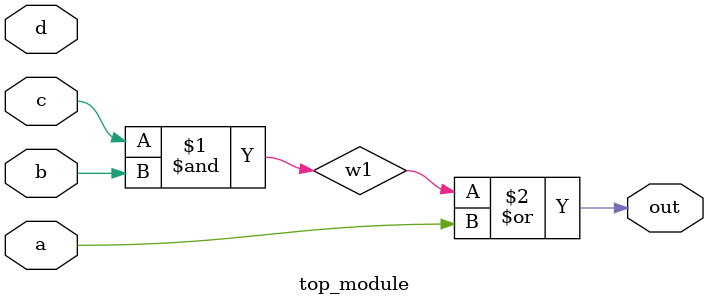
<source format=v>
module top_module(
    input a,
    input b,
    input c,
    input d,
    output out  ); 
wire w1;
    and (w1, c,b);
    or (out, w1,a);

endmodule

</source>
